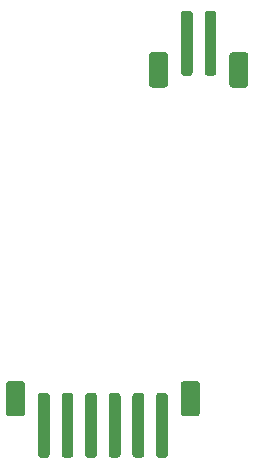
<source format=gbr>
G04 #@! TF.GenerationSoftware,KiCad,Pcbnew,(5.1.10)-1*
G04 #@! TF.CreationDate,2022-02-25T15:53:37+01:00*
G04 #@! TF.ProjectId,led_defogger_PCB_with_UV_2022,6c65645f-6465-4666-9f67-6765725f5043,rev?*
G04 #@! TF.SameCoordinates,Original*
G04 #@! TF.FileFunction,Paste,Bot*
G04 #@! TF.FilePolarity,Positive*
%FSLAX46Y46*%
G04 Gerber Fmt 4.6, Leading zero omitted, Abs format (unit mm)*
G04 Created by KiCad (PCBNEW (5.1.10)-1) date 2022-02-25 15:53:37*
%MOMM*%
%LPD*%
G01*
G04 APERTURE LIST*
G04 APERTURE END LIST*
G36*
G01*
X204606200Y-86362800D02*
X204606200Y-83862800D01*
G75*
G02*
X204856200Y-83612800I250000J0D01*
G01*
X205956200Y-83612800D01*
G75*
G02*
X206206200Y-83862800I0J-250000D01*
G01*
X206206200Y-86362800D01*
G75*
G02*
X205956200Y-86612800I-250000J0D01*
G01*
X204856200Y-86612800D01*
G75*
G02*
X204606200Y-86362800I0J250000D01*
G01*
G37*
G36*
G01*
X197806200Y-86362800D02*
X197806200Y-83862800D01*
G75*
G02*
X198056200Y-83612800I250000J0D01*
G01*
X199156200Y-83612800D01*
G75*
G02*
X199406200Y-83862800I0J-250000D01*
G01*
X199406200Y-86362800D01*
G75*
G02*
X199156200Y-86612800I-250000J0D01*
G01*
X198056200Y-86612800D01*
G75*
G02*
X197806200Y-86362800I0J250000D01*
G01*
G37*
G36*
G01*
X202506200Y-85362800D02*
X202506200Y-80362800D01*
G75*
G02*
X202756200Y-80112800I250000J0D01*
G01*
X203256200Y-80112800D01*
G75*
G02*
X203506200Y-80362800I0J-250000D01*
G01*
X203506200Y-85362800D01*
G75*
G02*
X203256200Y-85612800I-250000J0D01*
G01*
X202756200Y-85612800D01*
G75*
G02*
X202506200Y-85362800I0J250000D01*
G01*
G37*
G36*
G01*
X200506200Y-85362800D02*
X200506200Y-80362800D01*
G75*
G02*
X200756200Y-80112800I250000J0D01*
G01*
X201256200Y-80112800D01*
G75*
G02*
X201506200Y-80362800I0J-250000D01*
G01*
X201506200Y-85362800D01*
G75*
G02*
X201256200Y-85612800I-250000J0D01*
G01*
X200756200Y-85612800D01*
G75*
G02*
X200506200Y-85362800I0J250000D01*
G01*
G37*
G36*
G01*
X187303600Y-111706400D02*
X187303600Y-114206400D01*
G75*
G02*
X187053600Y-114456400I-250000J0D01*
G01*
X185953600Y-114456400D01*
G75*
G02*
X185703600Y-114206400I0J250000D01*
G01*
X185703600Y-111706400D01*
G75*
G02*
X185953600Y-111456400I250000J0D01*
G01*
X187053600Y-111456400D01*
G75*
G02*
X187303600Y-111706400I0J-250000D01*
G01*
G37*
G36*
G01*
X202103600Y-111706400D02*
X202103600Y-114206400D01*
G75*
G02*
X201853600Y-114456400I-250000J0D01*
G01*
X200753600Y-114456400D01*
G75*
G02*
X200503600Y-114206400I0J250000D01*
G01*
X200503600Y-111706400D01*
G75*
G02*
X200753600Y-111456400I250000J0D01*
G01*
X201853600Y-111456400D01*
G75*
G02*
X202103600Y-111706400I0J-250000D01*
G01*
G37*
G36*
G01*
X189403600Y-112706400D02*
X189403600Y-117706400D01*
G75*
G02*
X189153600Y-117956400I-250000J0D01*
G01*
X188653600Y-117956400D01*
G75*
G02*
X188403600Y-117706400I0J250000D01*
G01*
X188403600Y-112706400D01*
G75*
G02*
X188653600Y-112456400I250000J0D01*
G01*
X189153600Y-112456400D01*
G75*
G02*
X189403600Y-112706400I0J-250000D01*
G01*
G37*
G36*
G01*
X191403600Y-112706400D02*
X191403600Y-117706400D01*
G75*
G02*
X191153600Y-117956400I-250000J0D01*
G01*
X190653600Y-117956400D01*
G75*
G02*
X190403600Y-117706400I0J250000D01*
G01*
X190403600Y-112706400D01*
G75*
G02*
X190653600Y-112456400I250000J0D01*
G01*
X191153600Y-112456400D01*
G75*
G02*
X191403600Y-112706400I0J-250000D01*
G01*
G37*
G36*
G01*
X193403600Y-112706400D02*
X193403600Y-117706400D01*
G75*
G02*
X193153600Y-117956400I-250000J0D01*
G01*
X192653600Y-117956400D01*
G75*
G02*
X192403600Y-117706400I0J250000D01*
G01*
X192403600Y-112706400D01*
G75*
G02*
X192653600Y-112456400I250000J0D01*
G01*
X193153600Y-112456400D01*
G75*
G02*
X193403600Y-112706400I0J-250000D01*
G01*
G37*
G36*
G01*
X195403600Y-112706400D02*
X195403600Y-117706400D01*
G75*
G02*
X195153600Y-117956400I-250000J0D01*
G01*
X194653600Y-117956400D01*
G75*
G02*
X194403600Y-117706400I0J250000D01*
G01*
X194403600Y-112706400D01*
G75*
G02*
X194653600Y-112456400I250000J0D01*
G01*
X195153600Y-112456400D01*
G75*
G02*
X195403600Y-112706400I0J-250000D01*
G01*
G37*
G36*
G01*
X197403600Y-112706400D02*
X197403600Y-117706400D01*
G75*
G02*
X197153600Y-117956400I-250000J0D01*
G01*
X196653600Y-117956400D01*
G75*
G02*
X196403600Y-117706400I0J250000D01*
G01*
X196403600Y-112706400D01*
G75*
G02*
X196653600Y-112456400I250000J0D01*
G01*
X197153600Y-112456400D01*
G75*
G02*
X197403600Y-112706400I0J-250000D01*
G01*
G37*
G36*
G01*
X199403600Y-112706400D02*
X199403600Y-117706400D01*
G75*
G02*
X199153600Y-117956400I-250000J0D01*
G01*
X198653600Y-117956400D01*
G75*
G02*
X198403600Y-117706400I0J250000D01*
G01*
X198403600Y-112706400D01*
G75*
G02*
X198653600Y-112456400I250000J0D01*
G01*
X199153600Y-112456400D01*
G75*
G02*
X199403600Y-112706400I0J-250000D01*
G01*
G37*
M02*

</source>
